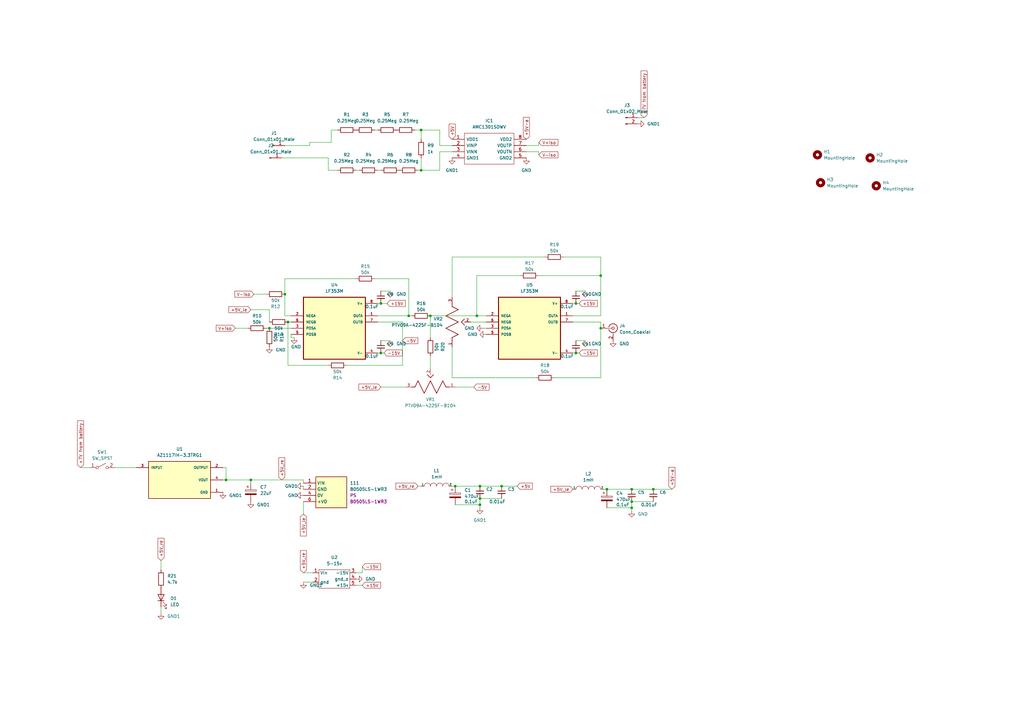
<source format=kicad_sch>
(kicad_sch (version 20230121) (generator eeschema)
  (paper "A3")
  (lib_symbols
    (symbol "AMC1301SDWV:AMC1301SDWV" (pin_names (offset 0.762))
      (property "Reference" "IC" (at 26.67 7.62 0))
      (property "Value" "AMC1301SDWV" (at 26.67 5.08 0))
      (symbol "AMC1301SDWV_0_0"
        (pin passive line (at 0 0 0) (length 5.08) (name "VDD1") (number "1"))
        (pin passive line (at 0 -2.54 0) (length 5.08) (name "VINP") (number "2"))
        (pin passive line (at 0 -5.08 0) (length 5.08) (name "VINN") (number "3"))
        (pin passive line (at 0 -7.62 0) (length 5.08) (name "GND1") (number "4"))
        (pin passive line (at 30.48 -7.62 180) (length 5.08) (name "GND2") (number "5"))
        (pin passive line (at 30.48 -5.08 180) (length 5.08) (name "VOUTN") (number "6"))
        (pin passive line (at 30.48 -2.54 180) (length 5.08) (name "VOUTP") (number "7"))
        (pin passive line (at 30.48 0 180) (length 5.08) (name "VDD2") (number "8"))
      )
      (symbol "AMC1301SDWV_0_1"
        (polyline (pts (xy 5.08 2.54) (xy 25.4 2.54) (xy 25.4 -10.16) (xy 5.08 -10.16) (xy 5.08 2.54)) (stroke (width 0.1524)))
      )
    )
    (symbol "B0505LS-1WR3:B0505LS-1WR3"
      (property "Value" "B0505LS-1WR3" (at 0 0 0))
      (property "Reference_1" "PS" (at 19.05 7.62 0))
      (property "Value_1" "B0505LS-1WR3" (at 19.05 5.08 0))
      (symbol "B0505LS-1WR3_1_1"
        (rectangle (start 5.08 2.54) (end 17.78 -10.16) (stroke (width 0.254)) (fill (type background)))
        (pin passive line (at 0 0 0) (length 5.08) (name "VIN") (number "1"))
        (pin passive line (at 0 -2.54 0) (length 5.08) (name "GND") (number "2"))
        (pin passive line (at 0 -5.08 0) (length 5.08) (name "0V") (number "4"))
        (pin passive line (at 0 -7.62 0) (length 5.08) (name "+VO") (number "6"))
      )
    )
    (symbol "Connector:Conn_01x01_Male" (pin_names (offset 1.016) hide)
      (property "Reference" "J" (at 0 2.54 0))
      (property "Value" "Conn_01x01_Male" (at 0 -2.54 0))
      (symbol "Conn_01x01_Male_1_1"
        (polyline (pts (xy 1.27 0) (xy 0.8636 0)) (stroke (width 0.1524)))
        (rectangle (start 0.8636 0.127) (end 0 -0.127) (stroke (width 0.1524)) (fill (type outline)))
        (pin passive line (at 5.08 0 180) (length 3.81) (name "Pin_1") (number "1"))
      )
    )
    (symbol "Connector:Conn_01x02_Male" (pin_names (offset 1.016) hide)
      (property "Reference" "J" (at 0 2.54 0))
      (property "Value" "Conn_01x02_Male" (at 0 -5.08 0))
      (symbol "Conn_01x02_Male_1_1"
        (polyline (pts (xy 1.27 -2.54) (xy 0.8636 -2.54)) (stroke (width 0.1524)))
        (polyline (pts (xy 1.27 0) (xy 0.8636 0)) (stroke (width 0.1524)))
        (rectangle (start 0.8636 -2.413) (end 0 -2.667) (stroke (width 0.1524)) (fill (type outline)))
        (rectangle (start 0.8636 0.127) (end 0 -0.127) (stroke (width 0.1524)) (fill (type outline)))
        (pin passive line (at 5.08 0 180) (length 3.81) (name "Pin_1") (number "1"))
        (pin passive line (at 5.08 -2.54 180) (length 3.81) (name "Pin_2") (number "2"))
      )
    )
    (symbol "Connector:Conn_Coaxial" (pin_names (offset 1.016) hide)
      (property "Reference" "J" (at 0.254 3.048 0))
      (property "Value" "Conn_Coaxial" (at 2.921 0 90))
      (symbol "Conn_Coaxial_0_1"
        (arc (start -1.778 -0.508) (mid 0.2311 -1.8066) (end 1.778 0) (stroke (width 0.254)))
        (polyline (pts (xy -2.54 0) (xy -0.508 0)))
        (polyline (pts (xy 0 -2.54) (xy 0 -1.778)))
        (circle (center 0 0) (radius 0.508) (stroke (width 0.2032)))
        (arc (start 1.778 0) (mid 0.2099 1.8101) (end -1.778 0.508) (stroke (width 0.254)))
      )
      (symbol "Conn_Coaxial_1_1"
        (pin passive line (at -5.08 0 0) (length 2.54) (name "In") (number "1"))
        (pin passive line (at 0 -5.08 90) (length 2.54) (name "Ext") (number "2"))
      )
    )
    (symbol "Device:C_Polarized" (pin_numbers hide) (pin_names (offset 0.254))
      (property "Reference" "C" (at 0.635 2.54 0))
      (property "Value" "C_Polarized" (at 0.635 -2.54 0))
      (symbol "C_Polarized_0_1"
        (rectangle (start -2.286 0.508) (end 2.286 1.016))
        (polyline (pts (xy -1.778 2.286) (xy -0.762 2.286)))
        (polyline (pts (xy -1.27 2.794) (xy -1.27 1.778)))
        (rectangle (start 2.286 -0.508) (end -2.286 -1.016) (fill (type outline)))
      )
      (symbol "C_Polarized_1_1"
        (pin passive line (at 0 3.81 270) (length 2.794) (name "~") (number "1"))
        (pin passive line (at 0 -3.81 90) (length 2.794) (name "~") (number "2"))
      )
    )
    (symbol "Device:C_Small" (pin_numbers hide) (pin_names (offset 0.254) hide)
      (property "Reference" "C" (at 0.254 1.778 0))
      (property "Value" "C_Small" (at 0.254 -2.032 0))
      (symbol "C_Small_0_1"
        (polyline (pts (xy -1.524 -0.508) (xy 1.524 -0.508)) (stroke (width 0.3302)))
        (polyline (pts (xy -1.524 0.508) (xy 1.524 0.508)) (stroke (width 0.3048)))
      )
      (symbol "C_Small_1_1"
        (pin passive line (at 0 2.54 270) (length 2.032) (name "~") (number "1"))
        (pin passive line (at 0 -2.54 90) (length 2.032) (name "~") (number "2"))
      )
    )
    (symbol "Device:LED" (pin_numbers hide) (pin_names (offset 1.016) hide)
      (property "Reference" "D" (at 0 2.54 0))
      (property "Value" "LED" (at 0 -2.54 0))
      (symbol "LED_0_1"
        (polyline (pts (xy -1.27 -1.27) (xy -1.27 1.27)) (stroke (width 0.254)))
        (polyline (pts (xy -1.27 0) (xy 1.27 0)))
        (polyline (pts (xy 1.27 -1.27) (xy 1.27 1.27) (xy -1.27 0) (xy 1.27 -1.27)) (stroke (width 0.254)))
        (polyline (pts (xy -3.048 -0.762) (xy -4.572 -2.286) (xy -3.81 -2.286) (xy -4.572 -2.286) (xy -4.572 -1.524)))
        (polyline (pts (xy -1.778 -0.762) (xy -3.302 -2.286) (xy -2.54 -2.286) (xy -3.302 -2.286) (xy -3.302 -1.524)))
      )
      (symbol "LED_1_1"
        (pin passive line (at -3.81 0 0) (length 2.54) (name "K") (number "1"))
        (pin passive line (at 3.81 0 180) (length 2.54) (name "A") (number "2"))
      )
    )
    (symbol "Device:R" (pin_numbers hide) (pin_names (offset 0))
      (property "Reference" "R" (at 2.032 0 90))
      (property "Value" "R" (at 0 0 90))
      (symbol "R_0_1"
        (rectangle (start -1.016 -2.54) (end 1.016 2.54) (stroke (width 0.254)))
      )
      (symbol "R_1_1"
        (pin passive line (at 0 3.81 270) (length 1.27) (name "~") (number "1"))
        (pin passive line (at 0 -3.81 90) (length 1.27) (name "~") (number "2"))
      )
    )
    (symbol "LDO:AZ1117IH-3.3TRG1" (pin_names (offset 1.016))
      (property "Reference" "U" (at -12.7 8.128 0))
      (property "Value" "AZ1117IH-3.3TRG1" (at -12.7 -10.16 0))
      (symbol "AZ1117IH-3.3TRG1_0_0"
        (rectangle (start -12.7 -7.62) (end 12.7 7.62) (stroke (width 0.254)) (fill (type background)))
        (pin power_in line (at 17.78 -5.08 180) (length 5.08) (name "GND") (number "1"))
        (pin output line (at 17.78 5.08 180) (length 5.08) (name "OUTPUT") (number "2"))
        (pin input line (at -17.78 5.08 0) (length 5.08) (name "INPUT") (number "3"))
        (pin output line (at 17.78 0 180) (length 5.08) (name "VOUT") (number "4"))
      )
    )
    (symbol "LF353M:LF353M" (pin_names (offset 1.016))
      (property "Reference" "U" (at -12.7 13.7 0))
      (property "Value" "LF353M" (at -12.7 -16.7 0))
      (symbol "LF353M_0_0"
        (rectangle (start -12.7 -12.7) (end 12.7 12.7) (stroke (width 0.41)) (fill (type background)))
        (pin output line (at 17.78 5.08 180) (length 5.08) (name "OUTA") (number "1"))
        (pin input line (at -17.78 5.08 0) (length 5.08) (name "NEGA") (number "2"))
        (pin input line (at -17.78 0 0) (length 5.08) (name "POSA") (number "3"))
        (pin power_in line (at 17.78 -10.16 180) (length 5.08) (name "V-") (number "4"))
        (pin input line (at -17.78 -2.54 0) (length 5.08) (name "POSB") (number "5"))
        (pin input line (at -17.78 2.54 0) (length 5.08) (name "NEGB") (number "6"))
        (pin output line (at 17.78 2.54 180) (length 5.08) (name "OUTB") (number "7"))
        (pin power_in line (at 17.78 10.16 180) (length 5.08) (name "V+") (number "8"))
      )
    )
    (symbol "Mechanical:MountingHole" (pin_names (offset 1.016))
      (property "Reference" "H" (at 0 5.08 0))
      (property "Value" "MountingHole" (at 0 3.175 0))
      (symbol "MountingHole_0_1"
        (circle (center 0 0) (radius 1.27) (stroke (width 1.27)))
      )
    )
    (symbol "PTV09A-4225F-B104:PTV09A-4225F-B104" (pin_names (offset 1.016))
      (property "Reference" "VR" (at 5.08 0 0))
      (property "Value" "PTV09A-4225F-B104" (at 0 0 0))
      (symbol "PTV09A-4225F-B104_0_0"
        (polyline (pts (xy -5.08 1.27) (xy -3.81 0)) (stroke (width 0.254)))
        (polyline (pts (xy -3.81 0) (xy -5.08 -1.27)) (stroke (width 0.254)))
        (polyline (pts (xy -2.54 -5.08) (xy 0 -6.35)) (stroke (width 0.254)))
        (polyline (pts (xy -2.54 0) (xy 2.54 -2.54)) (stroke (width 0.254)))
        (polyline (pts (xy -2.54 0) (xy 2.54 2.54)) (stroke (width 0.254)))
        (polyline (pts (xy -2.54 5.08) (xy 0 6.35)) (stroke (width 0.254)))
        (polyline (pts (xy 0 -6.35) (xy 0 -7.62)) (stroke (width 0.254)))
        (polyline (pts (xy 0 6.35) (xy 0 7.62)) (stroke (width 0.254)))
        (polyline (pts (xy 2.54 -2.54) (xy -2.54 -5.08)) (stroke (width 0.254)))
        (polyline (pts (xy 2.54 2.54) (xy -2.54 5.08)) (stroke (width 0.254)))
        (pin bidirectional line (at 0 10.16 270) (length 2.54) (name "~") (number "1"))
        (pin bidirectional line (at -7.62 0 0) (length 2.54) (name "~") (number "2"))
        (pin bidirectional line (at 0 -10.16 90) (length 2.54) (name "~") (number "3"))
      )
    )
    (symbol "Switch:SW_SPST" (pin_names (offset 0) hide)
      (property "Reference" "SW" (at 0 3.175 0))
      (property "Value" "SW_SPST" (at 0 -2.54 0))
      (symbol "SW_SPST_0_0"
        (circle (center -2.032 0) (radius 0.508))
        (polyline (pts (xy -1.524 0.254) (xy 1.524 1.778)))
        (circle (center 2.032 0) (radius 0.508))
      )
      (symbol "SW_SPST_1_1"
        (pin passive line (at -5.08 0 0) (length 2.54) (name "A") (number "1"))
        (pin passive line (at 5.08 0 180) (length 2.54) (name "B") (number "2"))
      )
    )
    (symbol "dc-dc_5v:5-15v"
      (property "Reference" "U2" (at 2.54 6.35 0))
      (property "Value" "5-15v" (at 2.54 3.81 0))
      (symbol "5-15v_0_1"
        (rectangle (start -3.81 1.27) (end 8.89 -6.35))
      )
      (symbol "5-15v_1_1"
        (pin input line (at -6.35 0 0) (length 2.54) (name "Vin") (number "1"))
        (pin input line (at -6.35 -3.81 0) (length 2.54) (name "gnd") (number "2"))
        (pin output line (at 11.43 0 180) (length 2.54) (name "-15V") (number "3"))
        (pin output line (at 11.43 -2.54 180) (length 2.54) (name "gnd_o") (number "4"))
        (pin output line (at 11.43 -5.08 180) (length 2.54) (name "+15v") (number "5"))
      )
    )
    (symbol "power:GND" (power) (pin_names (offset 0))
      (property "Value" "GND" (at 0 -3.81 0))
      (symbol "GND_0_1"
        (polyline (pts (xy 0 0) (xy 0 -1.27) (xy 1.27 -1.27) (xy 0 -2.54) (xy -1.27 -1.27) (xy 0 -1.27)))
      )
      (symbol "GND_1_1"
        (pin power_in line (at 0 0 270) (length 0) hide (name "GND") (number "1"))
      )
    )
    (symbol "power:GND1" (power) (pin_names (offset 0))
      (property "Value" "GND1" (at 0 -3.81 0))
      (symbol "GND1_0_1"
        (polyline (pts (xy 0 0) (xy 0 -1.27) (xy 1.27 -1.27) (xy 0 -2.54) (xy -1.27 -1.27) (xy 0 -1.27)))
      )
      (symbol "GND1_1_1"
        (pin power_in line (at 0 0 270) (length 0) hide (name "GND1") (number "1"))
      )
    )
    (symbol "pspice:INDUCTOR" (pin_numbers hide) (pin_names (offset 0))
      (property "Reference" "L" (at 0 2.54 0))
      (property "Value" "INDUCTOR" (at 0 -1.27 0))
      (symbol "INDUCTOR_0_1"
        (arc (start -2.54 0) (mid -3.81 1.2645) (end -5.08 0))
        (arc (start 0 0) (mid -1.27 1.2645) (end -2.54 0))
        (arc (start 2.54 0) (mid 1.27 1.2645) (end 0 0))
        (arc (start 5.08 0) (mid 3.81 1.2645) (end 2.54 0))
      )
      (symbol "INDUCTOR_1_1"
        (pin input line (at -6.35 0 0) (length 1.27) (name "1") (number "1"))
        (pin input line (at 6.35 0 180) (length 1.27) (name "2") (number "2"))
      )
    )
  )
  (junction (at 110.49 134.62))
  (junction (at 92.71 196.85))
  (junction (at 236.22 144.78))
  (junction (at 172.72 53.34))
  (junction (at 259.08 205.74))
  (junction (at 205.74 199.39))
  (junction (at 196.85 204.47))
  (junction (at 156.21 124.46))
  (junction (at 196.85 207.01))
  (junction (at 246.38 134.62))
  (junction (at 246.38 113.03))
  (junction (at 176.53 129.54))
  (junction (at 172.72 69.85))
  (junction (at 196.85 199.39))
  (junction (at 259.08 200.66))
  (junction (at 186.69 199.39))
  (junction (at 267.97 200.66))
  (junction (at 195.58 129.54))
  (junction (at 236.22 124.46))
  (junction (at 156.21 144.78))
  (junction (at 248.92 200.66))
  (junction (at 167.64 129.54))
  (junction (at 118.11 132.08))
  (junction (at 102.87 196.85))
  (junction (at 259.08 208.28))
  (junction (at 116.84 120.65))
  (wire (pts (xy 153.67 114.3) (xy 167.64 114.3)))
  (wire (pts (xy 180.34 62.23) (xy 180.34 69.85)))
  (wire (pts (xy 186.69 207.01) (xy 196.85 207.01)))
  (wire (pts (xy 168.91 129.54) (xy 167.64 129.54)))
  (wire (pts (xy 231.14 105.41) (xy 246.38 105.41)))
  (wire (pts (xy 119.38 129.54) (xy 116.84 129.54)))
  (wire (pts (xy 248.92 200.66) (xy 259.08 200.66)))
  (wire (pts (xy 196.85 208.28) (xy 196.85 207.01)))
  (wire (pts (xy 234.95 132.08) (xy 246.38 132.08)))
  (wire (pts (xy 185.42 105.41) (xy 185.42 121.92)))
  (wire (pts (xy 127 59.69) (xy 127 58.42)))
  (wire (pts (xy 236.22 139.7) (xy 240.03 139.7)))
  (wire (pts (xy 147.32 69.85) (xy 146.05 69.85)))
  (wire (pts (xy 124.46 238.76) (xy 128.27 238.76)))
  (wire (pts (xy 267.97 200.66) (xy 275.59 200.66)))
  (wire (pts (xy 248.92 208.28) (xy 259.08 208.28)))
  (wire (pts (xy 134.62 149.86) (xy 118.11 149.86)))
  (wire (pts (xy 110.49 134.62) (xy 119.38 134.62)))
  (wire (pts (xy 116.84 59.69) (xy 127 59.69)))
  (wire (pts (xy 185.42 105.41) (xy 223.52 105.41)))
  (wire (pts (xy 102.87 127) (xy 110.49 127)))
  (wire (pts (xy 247.65 200.66) (xy 248.92 200.66)))
  (wire (pts (xy 246.38 129.54) (xy 246.38 113.03)))
  (wire (pts (xy 259.08 200.66) (xy 267.97 200.66)))
  (wire (pts (xy 236.22 119.38) (xy 240.03 119.38)))
  (wire (pts (xy 205.74 199.39) (xy 212.09 199.39)))
  (wire (pts (xy 185.42 199.39) (xy 186.69 199.39)))
  (wire (pts (xy 116.84 114.3) (xy 116.84 120.65)))
  (wire (pts (xy 264.16 48.26) (xy 261.62 48.26)))
  (wire (pts (xy 176.53 138.43) (xy 176.53 129.54)))
  (wire (pts (xy 135.89 58.42) (xy 135.89 53.34)))
  (wire (pts (xy 237.49 124.46) (xy 236.22 124.46)))
  (wire (pts (xy 154.94 132.08) (xy 165.1 132.08)))
  (wire (pts (xy 172.72 69.85) (xy 171.45 69.85)))
  (wire (pts (xy 92.71 196.85) (xy 102.87 196.85)))
  (wire (pts (xy 120.65 138.43) (xy 119.38 138.43)))
  (wire (pts (xy 215.9 62.23) (xy 220.98 62.23)))
  (wire (pts (xy 196.85 204.47) (xy 205.74 204.47)))
  (wire (pts (xy 193.04 132.08) (xy 199.39 132.08)))
  (wire (pts (xy 185.42 142.24) (xy 185.42 154.94)))
  (wire (pts (xy 154.94 69.85) (xy 156.21 69.85)))
  (wire (pts (xy 119.38 138.43) (xy 119.38 137.16)))
  (wire (pts (xy 172.72 64.77) (xy 172.72 69.85)))
  (wire (pts (xy 158.75 124.46) (xy 156.21 124.46)))
  (wire (pts (xy 213.36 113.03) (xy 195.58 113.03)))
  (wire (pts (xy 236.22 144.78) (xy 234.95 144.78)))
  (wire (pts (xy 91.44 196.85) (xy 92.71 196.85)))
  (wire (pts (xy 156.21 124.46) (xy 154.94 124.46)))
  (wire (pts (xy 172.72 53.34) (xy 170.18 53.34)))
  (wire (pts (xy 227.33 154.94) (xy 246.38 154.94)))
  (wire (pts (xy 134.62 69.85) (xy 134.62 64.77)))
  (wire (pts (xy 246.38 132.08) (xy 246.38 134.62)))
  (wire (pts (xy 154.94 129.54) (xy 167.64 129.54)))
  (wire (pts (xy 142.24 149.86) (xy 165.1 149.86)))
  (wire (pts (xy 259.08 205.74) (xy 267.97 205.74)))
  (wire (pts (xy 66.04 229.87) (xy 66.04 233.68)))
  (wire (pts (xy 156.21 119.38) (xy 160.02 119.38)))
  (wire (pts (xy 172.72 57.15) (xy 172.72 53.34)))
  (wire (pts (xy 124.46 199.39) (xy 124.46 200.66)))
  (wire (pts (xy 246.38 113.03) (xy 246.38 105.41)))
  (wire (pts (xy 234.95 129.54) (xy 246.38 129.54)))
  (wire (pts (xy 148.59 234.95) (xy 148.59 232.41)))
  (wire (pts (xy 157.48 144.78) (xy 156.21 144.78)))
  (wire (pts (xy 102.87 196.85) (xy 102.87 198.12)))
  (wire (pts (xy 124.46 196.85) (xy 124.46 198.12)))
  (wire (pts (xy 259.08 208.28) (xy 259.08 205.74)))
  (wire (pts (xy 180.34 69.85) (xy 172.72 69.85)))
  (wire (pts (xy 66.04 251.46) (xy 66.04 248.92)))
  (wire (pts (xy 134.62 69.85) (xy 138.43 69.85)))
  (wire (pts (xy 196.85 199.39) (xy 205.74 199.39)))
  (wire (pts (xy 259.08 209.55) (xy 259.08 208.28)))
  (wire (pts (xy 220.98 59.69) (xy 220.98 58.42)))
  (wire (pts (xy 154.94 53.34) (xy 153.67 53.34)))
  (wire (pts (xy 91.44 191.77) (xy 92.71 191.77)))
  (wire (pts (xy 176.53 146.05) (xy 176.53 151.13)))
  (wire (pts (xy 180.34 53.34) (xy 172.72 53.34)))
  (wire (pts (xy 165.1 132.08) (xy 165.1 149.86)))
  (wire (pts (xy 124.46 205.74) (xy 124.46 210.82)))
  (wire (pts (xy 156.21 144.78) (xy 154.94 144.78)))
  (wire (pts (xy 156.21 139.7) (xy 160.02 139.7)))
  (wire (pts (xy 104.14 120.65) (xy 109.22 120.65)))
  (wire (pts (xy 195.58 113.03) (xy 195.58 129.54)))
  (wire (pts (xy 109.22 134.62) (xy 110.49 134.62)))
  (wire (pts (xy 186.69 199.39) (xy 196.85 199.39)))
  (wire (pts (xy 195.58 129.54) (xy 199.39 129.54)))
  (wire (pts (xy 237.49 144.78) (xy 236.22 144.78)))
  (wire (pts (xy 236.22 124.46) (xy 234.95 124.46)))
  (wire (pts (xy 116.84 129.54) (xy 116.84 120.65)))
  (wire (pts (xy 246.38 113.03) (xy 220.98 113.03)))
  (wire (pts (xy 180.34 59.69) (xy 180.34 53.34)))
  (wire (pts (xy 215.9 59.69) (xy 220.98 59.69)))
  (wire (pts (xy 127 58.42) (xy 135.89 58.42)))
  (wire (pts (xy 118.11 132.08) (xy 119.38 132.08)))
  (wire (pts (xy 185.42 154.94) (xy 219.71 154.94)))
  (wire (pts (xy 196.85 207.01) (xy 196.85 204.47)))
  (wire (pts (xy 185.42 59.69) (xy 180.34 59.69)))
  (wire (pts (xy 176.53 129.54) (xy 195.58 129.54)))
  (wire (pts (xy 124.46 234.95) (xy 128.27 234.95)))
  (wire (pts (xy 146.05 240.03) (xy 148.59 240.03)))
  (wire (pts (xy 55.88 191.77) (xy 46.99 191.77)))
  (wire (pts (xy 110.49 127) (xy 110.49 132.08)))
  (wire (pts (xy 172.72 199.39) (xy 171.45 199.39)))
  (wire (pts (xy 115.57 64.77) (xy 134.62 64.77)))
  (wire (pts (xy 198.12 134.62) (xy 199.39 134.62)))
  (wire (pts (xy 92.71 196.85) (xy 92.71 191.77)))
  (wire (pts (xy 116.84 114.3) (xy 146.05 114.3)))
  (wire (pts (xy 96.52 134.62) (xy 101.6 134.62)))
  (wire (pts (xy 146.05 234.95) (xy 148.59 234.95)))
  (wire (pts (xy 246.38 134.62) (xy 246.38 154.94)))
  (wire (pts (xy 185.42 62.23) (xy 180.34 62.23)))
  (wire (pts (xy 118.11 149.86) (xy 118.11 132.08)))
  (wire (pts (xy 156.21 158.75) (xy 166.37 158.75)))
  (wire (pts (xy 102.87 196.85) (xy 124.46 196.85)))
  (wire (pts (xy 33.02 191.77) (xy 36.83 191.77)))
  (wire (pts (xy 220.98 62.23) (xy 220.98 63.5)))
  (wire (pts (xy 186.69 158.75) (xy 194.31 158.75)))
  (wire (pts (xy 167.64 129.54) (xy 167.64 114.3)))
  (wire (pts (xy 135.89 53.34) (xy 138.43 53.34)))
  (global_label "V+iso" (shape input) (at 220.98 58.42 0) (property "Intersheetrefs" "${INTERSHEET_REFS}" (effects hide)))
  (global_label "+5V_re" (shape input) (at 115.57 196.85 90) (property "Intersheetrefs" "${INTERSHEET_REFS}" (effects hide)))
  (global_label "V-iso" (shape input) (at 220.98 63.5 0) (property "Intersheetrefs" "${INTERSHEET_REFS}" (effects hide)))
  (global_label "V-iso" (shape input) (at 104.14 120.65 180) (property "Intersheetrefs" "${INTERSHEET_REFS}" (effects hide)))
  (global_label "+15V" (shape input) (at 148.59 240.03 0) (property "Intersheetrefs" "${INTERSHEET_REFS}" (effects hide)))
  (global_label "+7V from battery" (shape input) (at 33.02 191.77 90) (property "Intersheetrefs" "${INTERSHEET_REFS}" (effects hide)))
  (global_label "+15V" (shape input) (at 237.49 124.46 0) (property "Intersheetrefs" "${INTERSHEET_REFS}" (effects hide)))
  (global_label "V+iso" (shape input) (at 96.52 134.62 180) (property "Intersheetrefs" "${INTERSHEET_REFS}" (effects hide)))
  (global_label "+5V" (shape input) (at 185.42 57.15 90) (property "Intersheetrefs" "${INTERSHEET_REFS}" (effects hide)))
  (global_label "+5V_le" (shape input) (at 234.95 200.66 180) (property "Intersheetrefs" "${INTERSHEET_REFS}" (effects hide)))
  (global_label "+15V" (shape input) (at 158.75 124.46 0) (property "Intersheetrefs" "${INTERSHEET_REFS}" (effects hide)))
  (global_label "+5V_le" (shape input) (at 124.46 210.82 270) (property "Intersheetrefs" "${INTERSHEET_REFS}" (effects hide)))
  (global_label "+5V_re" (shape input) (at 171.45 199.39 180) (property "Intersheetrefs" "${INTERSHEET_REFS}" (effects hide)))
  (global_label "+5V_le" (shape input) (at 156.21 158.75 180) (property "Intersheetrefs" "${INTERSHEET_REFS}" (effects hide)))
  (global_label "+5V_re" (shape input) (at 124.46 234.95 90) (property "Intersheetrefs" "${INTERSHEET_REFS}" (effects hide)))
  (global_label "-5V" (shape input) (at 165.1 139.7 0) (property "Intersheetrefs" "${INTERSHEET_REFS}" (effects hide)))
  (global_label "+5V-a" (shape input) (at 275.59 200.66 90) (property "Intersheetrefs" "${INTERSHEET_REFS}" (effects hide)))
  (global_label "-15V" (shape input) (at 237.49 144.78 0) (property "Intersheetrefs" "${INTERSHEET_REFS}" (effects hide)))
  (global_label "-5V" (shape input) (at 194.31 158.75 0) (property "Intersheetrefs" "${INTERSHEET_REFS}" (effects hide)))
  (global_label "+5V-a" (shape input) (at 215.9 57.15 90) (property "Intersheetrefs" "${INTERSHEET_REFS}" (effects hide)))
  (global_label "+5V_le" (shape input) (at 102.87 127 180) (property "Intersheetrefs" "${INTERSHEET_REFS}" (effects hide)))
  (global_label "-15V" (shape input) (at 148.59 232.41 0) (property "Intersheetrefs" "${INTERSHEET_REFS}" (effects hide)))
  (global_label "+7V from battery" (shape input) (at 264.16 48.26 90) (property "Intersheetrefs" "${INTERSHEET_REFS}" (effects hide)))
  (global_label "+5V" (shape input) (at 212.09 199.39 0) (property "Intersheetrefs" "${INTERSHEET_REFS}" (effects hide)))
  (global_label "+5V_re" (shape input) (at 66.04 229.87 90) (property "Intersheetrefs" "${INTERSHEET_REFS}" (effects hide)))
  (global_label "-15V" (shape input) (at 157.48 144.78 0) (property "Intersheetrefs" "${INTERSHEET_REFS}" (effects hide)))
  (symbol (lib_id "AMC1301SDWV:AMC1301SDWV") (at 185.42 57.15 0) (unit 1)
    (property "Reference" "IC1" (at 200.66 49.53 0))
    (property "Value" "AMC1301SDWV" (at 200.66 52.07 0))
    (property "Footprint" "AMC1301:SOIC127P1150X280-8N" (effects hide))
    (property "Datasheet" "http://www.ti.com/lit/gpn/AMC1301" (effects hide))
    (property "Description" "+/-250 mV-Input Precision Reinforced Isolated Amplifier for Current Sensing" (effects hide))
    (property "Height" "2.8" (effects hide))
    (property "Manufacturer_Name" "Texas Instruments" (effects hide))
    (property "Manufacturer_Part_Number" "AMC1301SDWV" (effects hide))
    (property "Mouser Part Number" "595-AMC1301SDWV" (effects hide))
    (property "Mouser Price/Stock" "https://www.mouser.co.uk/ProductDetail/Texas-Instruments/AMC1301SDWV?qs=r5DSvlrkXmIfv9TXgyHCmA%3D%3D" (effects hide))
    (property "Arrow Part Number" "AMC1301SDWV" (effects hide))
    (property "Arrow Price/Stock" "https://www.arrow.com/en/products/amc1301sdwv/texas-instruments?region=nac" (effects hide))
  )
  (symbol (lib_id "Device:C_Small") (at 259.08 203.2 0) (unit 1)
    (property "Reference" "C5" (at 261.62 201.9362 0) (effects (justify left)))
    (property "Value" "0.1uF" (at 252.73 207.01 0) (effects (justify left)))
    (property "Footprint" "Capacitor_SMD:C_0805_2012Metric" (effects hide))
  )
  (symbol (lib_id "power:GND1") (at 124.46 199.39 270) (unit 1)
    (property "Reference" "#PWR03" (effects hide))
    (property "Value" "GND1" (at 116.84 199.39 90) (effects (justify left)))
  )
  (symbol (lib_id "Device:R") (at 149.86 53.34 90) (unit 1)
    (property "Reference" "R3" (at 149.86 46.99 90))
    (property "Value" "0.25Meg" (at 149.86 49.53 90))
    (property "Footprint" "Resistor_SMD:R_0805_2012Metric" (effects hide))
  )
  (symbol (lib_id "Device:R") (at 176.53 142.24 0) (unit 1)
    (property "Reference" "R20" (at 181.61 142.24 90))
    (property "Value" "50k" (at 179.07 142.24 90))
    (property "Footprint" "Resistor_SMD:R_0805_2012Metric" (effects hide))
  )
  (symbol (lib_id "Device:C_Small") (at 196.85 201.93 0) (unit 1)
    (property "Reference" "C2" (at 199.39 200.6662 0) (effects (justify left)))
    (property "Value" "0.1uF" (at 190.5 205.74 0) (effects (justify left)))
    (property "Footprint" "Capacitor_SMD:C_0805_2012Metric" (effects hide))
  )
  (symbol (lib_id "power:GND") (at 160.02 119.38 0) (unit 1)
    (property "Reference" "#PWR014" (effects hide))
    (property "Value" "GND" (at 162.56 120.6499 0) (effects (justify left)))
  )
  (symbol (lib_id "Device:R") (at 172.72 60.96 0) (unit 1)
    (property "Reference" "R9" (at 175.26 59.6899 0) (effects (justify left)))
    (property "Value" "1k" (at 175.26 62.2299 0) (effects (justify left)))
    (property "Footprint" "Resistor_SMD:R_0805_2012Metric" (effects hide))
  )
  (symbol (lib_id "Device:C_Small") (at 205.74 201.93 0) (unit 1)
    (property "Reference" "C3" (at 208.28 200.6662 0) (effects (justify left)))
    (property "Value" "0.01uF" (at 200.66 205.74 0) (effects (justify left)))
    (property "Footprint" "Capacitor_SMD:C_0805_2012Metric" (effects hide))
  )
  (symbol (lib_id "Device:R") (at 223.52 154.94 90) (unit 1)
    (property "Reference" "R18" (at 223.52 149.86 90))
    (property "Value" "50k" (at 223.52 152.4 90))
    (property "Footprint" "Resistor_SMD:R_0805_2012Metric" (effects hide))
  )
  (symbol (lib_id "power:GND") (at 120.65 138.43 0) (unit 1)
    (property "Reference" "#PWR09" (effects hide))
    (property "Value" "GND" (at 119.38 142.24 0) (effects (justify left)))
  )
  (symbol (lib_id "Device:R") (at 160.02 69.85 90) (unit 1)
    (property "Reference" "R6" (at 160.02 63.5 90))
    (property "Value" "0.25Meg" (at 158.75 66.04 90))
    (property "Footprint" "Resistor_SMD:R_0805_2012Metric" (effects hide))
  )
  (symbol (lib_id "Device:C_Small") (at 236.22 121.92 0) (unit 1)
    (property "Reference" "C10" (at 238.76 120.6562 0) (effects (justify left)))
    (property "Value" "0.1uF" (at 229.87 125.73 0) (effects (justify left)))
    (property "Footprint" "Capacitor_SMD:C_0805_2012Metric" (effects hide))
  )
  (symbol (lib_id "Device:R") (at 142.24 69.85 90) (unit 1)
    (property "Reference" "R2" (at 142.24 63.5 90))
    (property "Value" "0.25Meg" (at 140.97 66.04 90))
    (property "Footprint" "Resistor_SMD:R_0805_2012Metric" (effects hide))
  )
  (symbol (lib_id "Device:R") (at 172.72 129.54 90) (unit 1)
    (property "Reference" "R16" (at 172.72 124.46 90))
    (property "Value" "50k" (at 172.72 127 90))
    (property "Footprint" "Resistor_SMD:R_0805_2012Metric" (effects hide))
  )
  (symbol (lib_id "Device:C_Small") (at 236.22 142.24 0) (unit 1)
    (property "Reference" "C11" (at 238.76 140.9762 0) (effects (justify left)))
    (property "Value" "0.1uF" (at 229.87 146.05 0) (effects (justify left)))
    (property "Footprint" "Capacitor_SMD:C_0805_2012Metric" (effects hide))
  )
  (symbol (lib_id "power:GND") (at 240.03 119.38 0) (unit 1)
    (property "Reference" "#PWR018" (effects hide))
    (property "Value" "GND" (at 242.57 120.6499 0) (effects (justify left)))
  )
  (symbol (lib_id "Device:C_Small") (at 156.21 121.92 0) (unit 1)
    (property "Reference" "C8" (at 158.75 120.6562 0) (effects (justify left)))
    (property "Value" "0.1uF" (at 149.86 125.73 0) (effects (justify left)))
    (property "Footprint" "Capacitor_SMD:C_0805_2012Metric" (effects hide))
  )
  (symbol (lib_id "power:GND") (at 199.39 137.16 270) (unit 1)
    (property "Reference" "#PWR016" (effects hide))
    (property "Value" "GND" (at 191.77 137.16 90) (effects (justify left)))
  )
  (symbol (lib_id "Device:R") (at 158.75 53.34 90) (unit 1)
    (property "Reference" "R5" (at 158.75 46.99 90))
    (property "Value" "0.25Meg" (at 158.75 49.53 90))
    (property "Footprint" "Resistor_SMD:R_0805_2012Metric" (effects hide))
  )
  (symbol (lib_id "Device:R") (at 227.33 105.41 90) (unit 1)
    (property "Reference" "R19" (at 227.33 100.33 90))
    (property "Value" "50k" (at 227.33 102.87 90))
    (property "Footprint" "Resistor_SMD:R_0805_2012Metric" (effects hide))
  )
  (symbol (lib_id "Switch:SW_SPST") (at 41.91 191.77 0) (unit 1)
    (property "Reference" "SW1" (at 41.91 185.42 0))
    (property "Value" "SW_SPST" (at 41.91 187.96 0))
    (property "Footprint" "Connector_PinHeader_2.54mm:PinHeader_1x02_P2.54mm_Vertical" (effects hide))
  )
  (symbol (lib_id "power:GND") (at 259.08 209.55 0) (mirror y) (unit 1)
    (property "Reference" "#PWR011" (effects hide))
    (property "Value" "GND" (at 261.62 210.8199 0) (effects (justify right)))
  )
  (symbol (lib_id "Device:R") (at 113.03 120.65 90) (unit 1)
    (property "Reference" "R12" (at 113.03 125.73 90))
    (property "Value" "50k" (at 113.03 123.19 90))
    (property "Footprint" "Resistor_SMD:R_0805_2012Metric" (effects hide))
  )
  (symbol (lib_id "power:GND1") (at 196.85 208.28 0) (unit 1)
    (property "Reference" "#PWR0103" (effects hide))
    (property "Value" "GND1" (at 196.85 213.36 0))
  )
  (symbol (lib_id "Device:C_Polarized") (at 186.69 203.2 0) (unit 1)
    (property "Reference" "C1" (at 190.5 201.0409 0) (effects (justify left)))
    (property "Value" "470uF" (at 190.5 203.5809 0) (effects (justify left)))
    (property "Footprint" "470uf:CAPAE1030X1050N" (effects hide))
  )
  (symbol (lib_id "PTV09A-4225F-B104:PTV09A-4225F-B104") (at 185.42 132.08 180) (unit 1)
    (property "Reference" "VR2" (at 181.61 130.8099 0) (effects (justify left)))
    (property "Value" "PTV09A-4225F-B104" (at 181.61 133.3499 0) (effects (justify left)))
    (property "Footprint" "trim:PTV09" (effects hide))
    (property "PARTNO" "PTV09A-4225F-B104-ND" (effects hide))
  )
  (symbol (lib_id "Device:R") (at 151.13 69.85 90) (unit 1)
    (property "Reference" "R4" (at 151.13 63.5 90))
    (property "Value" "0.25Meg" (at 149.86 66.04 90))
    (property "Footprint" "Resistor_SMD:R_0805_2012Metric" (effects hide))
  )
  (symbol (lib_id "power:GND") (at 198.12 134.62 270) (unit 1)
    (property "Reference" "#PWR010" (effects hide))
    (property "Value" "GND" (at 190.5 134.62 90) (effects (justify left)))
  )
  (symbol (lib_id "Device:R") (at 138.43 149.86 90) (unit 1)
    (property "Reference" "R14" (at 138.43 154.94 90))
    (property "Value" "50k" (at 138.43 152.4 90))
    (property "Footprint" "Resistor_SMD:R_0805_2012Metric" (effects hide))
  )
  (symbol (lib_id "power:GND") (at 124.46 203.2 270) (mirror x) (unit 1)
    (property "Reference" "#PWR04" (effects hide))
    (property "Value" "GND" (at 118.11 203.2 90) (effects (justify left)))
  )
  (symbol (lib_id "power:GND") (at 110.49 142.24 0) (unit 1)
    (property "Reference" "#PWR05" (effects hide))
    (property "Value" "GND" (at 113.03 143.5099 0) (effects (justify left)))
  )
  (symbol (lib_id "Device:C_Polarized") (at 102.87 201.93 0) (unit 1)
    (property "Reference" "C7" (at 106.68 199.7709 0) (effects (justify left)))
    (property "Value" "22uF" (at 106.68 202.3109 0) (effects (justify left)))
    (property "Footprint" "22uf:EEE0GA101SR" (effects hide))
  )
  (symbol (lib_id "B0505LS-1WR3:B0505LS-1WR3") (at 124.46 198.12 0) (unit 1)
    (property "Reference" "111" (at 143.51 198.1199 0) (effects (justify left)))
    (property "Value" "B0505LS-1WR3" (at 143.51 200.6599 0) (effects (justify left)))
    (property "Footprint" "5v-5v:B0505LS1WR3" (effects hide))
    (property "Reference_1" "PS" (at 143.51 203.1999 0) (effects (justify left)))
    (property "Value_1" "B0505LS-1WR3" (at 143.51 205.7399 0) (effects (justify left)))
    (property "Footprint_1" "B0505LS1WR3" (effects hide))
    (property "Datasheet_1" "https://pdf1.alldatasheet.com/datasheet-pdf/view/1102441/MORNSUN/B0505LS-1WR3.html" (effects hide))
    (property "Height" "10.41" (effects hide))
    (property "Manufacturer_Name" "Mornsun Power" (effects hide))
    (property "Manufacturer_Part_Number" "B0505LS-1WR3" (effects hide))
  )
  (symbol (lib_id "Device:R") (at 166.37 53.34 90) (unit 1)
    (property "Reference" "R7" (at 166.37 46.99 90))
    (property "Value" "0.25Meg" (at 167.64 49.53 90))
    (property "Footprint" "Resistor_SMD:R_0805_2012Metric" (effects hide))
  )
  (symbol (lib_id "power:GND1") (at 91.44 201.93 0) (unit 1)
    (property "Reference" "#PWR01" (effects hide))
    (property "Value" "GND1" (at 93.98 203.1999 0) (effects (justify left)))
  )
  (symbol (lib_id "LDO:AZ1117IH-3.3TRG1") (at 73.66 196.85 0) (unit 1)
    (property "Reference" "U1" (at 73.66 184.15 0))
    (property "Value" "AZ1117IH-3.3TRG1" (at 73.66 186.69 0))
    (property "Footprint" "LDO:SOT230P700X185-4N" (effects hide))
    (property "SNAPEDA_PACKAGE_ID" "6532" (effects hide))
    (property "MAXIMUM_PACKAGE_HEIGHT" "1.85 mm" (effects hide))
    (property "STANDARD" "IPC 7351B" (effects hide))
    (property "PARTREV" "2-2" (effects hide))
    (property "MANUFACTURER" "Diodes Inc." (effects hide))
    (property "SNAPEDA_PN" "AZ1117IH-3.3TRG1" (effects hide))
  )
  (symbol (lib_id "power:GND") (at 146.05 237.49 90) (mirror x) (unit 1)
    (property "Reference" "#PWR06" (effects hide))
    (property "Value" "GND" (at 149.86 237.4899 90) (effects (justify right)))
  )
  (symbol (lib_id "Mechanical:MountingHole") (at 359.41 76.2 0) (unit 1)
    (property "Reference" "H4" (at 361.95 74.93 0) (effects (justify left)))
    (property "Value" "MountingHole" (at 361.95 77.47 0) (effects (justify left)))
    (property "Footprint" "MountingHole:MountingHole_3.2mm_M3" (effects hide))
  )
  (symbol (lib_id "Mechanical:MountingHole") (at 356.87 64.77 0) (unit 1)
    (property "Reference" "H2" (at 359.41 63.5 0) (effects (justify left)))
    (property "Value" "MountingHole" (at 359.41 66.04 0) (effects (justify left)))
    (property "Footprint" "MountingHole:MountingHole_3.2mm_M3" (effects hide))
  )
  (symbol (lib_id "Mechanical:MountingHole") (at 336.55 74.93 0) (unit 1)
    (property "Reference" "H3" (at 339.09 73.66 0) (effects (justify left)))
    (property "Value" "MountingHole" (at 339.09 76.2 0) (effects (justify left)))
    (property "Footprint" "MountingHole:MountingHole_3.2mm_M3" (effects hide))
  )
  (symbol (lib_id "LF353M:LF353M") (at 217.17 134.62 0) (unit 1)
    (property "Reference" "U5" (at 217.17 116.84 0))
    (property "Value" "LF353M" (at 217.17 119.38 0))
    (property "Footprint" "LF353:SOIC127P599X175-8N" (effects hide))
  )
  (symbol (lib_id "power:GND") (at 240.03 139.7 0) (unit 1)
    (property "Reference" "#PWR019" (effects hide))
    (property "Value" "GND" (at 242.57 140.9699 0) (effects (justify left)))
  )
  (symbol (lib_id "PTV09A-4225F-B104:PTV09A-4225F-B104") (at 176.53 158.75 270) (unit 1)
    (property "Reference" "VR1" (at 176.53 163.83 90))
    (property "Value" "PTV09A-4225F-B104" (at 176.53 166.37 90))
    (property "Footprint" "trim:PTV09" (effects hide))
    (property "PARTNO" "PTV09A-4225F-B104-ND" (effects hide))
  )
  (symbol (lib_id "power:GND1") (at 261.62 50.8 90) (unit 1)
    (property "Reference" "#PWR07" (effects hide))
    (property "Value" "GND1" (at 265.43 50.8 90) (effects (justify right)))
  )
  (symbol (lib_id "Device:C_Small") (at 267.97 203.2 0) (unit 1)
    (property "Reference" "C6" (at 270.51 201.9362 0) (effects (justify left)))
    (property "Value" "0.01uF" (at 262.89 207.01 0) (effects (justify left)))
    (property "Footprint" "Capacitor_SMD:C_0805_2012Metric" (effects hide))
  )
  (symbol (lib_id "Device:R") (at 167.64 69.85 90) (unit 1)
    (property "Reference" "R8" (at 167.64 63.5 90))
    (property "Value" "0.25Meg" (at 167.64 66.04 90))
    (property "Footprint" "Resistor_SMD:R_0805_2012Metric" (effects hide))
  )
  (symbol (lib_id "power:GND1") (at 124.46 238.76 0) (unit 1)
    (property "Reference" "#PWR02" (effects hide))
    (property "Value" "GND1" (at 127 240.0299 0) (effects (justify left)))
  )
  (symbol (lib_id "Connector:Conn_01x01_Male") (at 110.49 64.77 0) (unit 1)
    (property "Reference" "J2" (at 111.125 59.69 0))
    (property "Value" "Conn_01x01_Male" (at 111.125 62.23 0))
    (property "Footprint" "banana jack:1050752001" (effects hide))
  )
  (symbol (lib_id "LF353M:LF353M") (at 137.16 134.62 0) (unit 1)
    (property "Reference" "U4" (at 137.16 116.84 0))
    (property "Value" "LF353M" (at 137.16 119.38 0))
    (property "Footprint" "LF353:SOIC127P599X175-8N" (effects hide))
  )
  (symbol (lib_id "Device:R") (at 142.24 53.34 90) (unit 1)
    (property "Reference" "R1" (at 142.24 46.99 90))
    (property "Value" "0.25Meg" (at 142.24 49.53 90))
    (property "Footprint" "Resistor_SMD:R_0805_2012Metric" (effects hide))
  )
  (symbol (lib_id "Device:LED") (at 66.04 245.11 90) (unit 1)
    (property "Reference" "D1" (at 69.85 245.4274 90) (effects (justify right)))
    (property "Value" "LED" (at 69.85 247.9674 90) (effects (justify right)))
    (property "Footprint" "LED_THT:LED_D5.0mm" (effects hide))
  )
  (symbol (lib_id "Device:C_Small") (at 156.21 142.24 0) (unit 1)
    (property "Reference" "C9" (at 158.75 140.9762 0) (effects (justify left)))
    (property "Value" "0.1uF" (at 149.86 146.05 0) (effects (justify left)))
    (property "Footprint" "Capacitor_SMD:C_0805_2012Metric" (effects hide))
  )
  (symbol (lib_id "Device:R") (at 66.04 237.49 0) (unit 1)
    (property "Reference" "R21" (at 68.58 236.2199 0) (effects (justify left)))
    (property "Value" "4.7k" (at 68.58 238.7599 0) (effects (justify left)))
    (property "Footprint" "Resistor_SMD:R_0805_2012Metric" (effects hide))
  )
  (symbol (lib_id "Device:R") (at 217.17 113.03 90) (unit 1)
    (property "Reference" "R17" (at 217.17 107.95 90))
    (property "Value" "50k" (at 217.17 110.49 90))
    (property "Footprint" "Resistor_SMD:R_0805_2012Metric" (effects hide))
  )
  (symbol (lib_id "Connector:Conn_01x01_Male") (at 111.76 59.69 0) (unit 1)
    (property "Reference" "J1" (at 112.395 54.61 0))
    (property "Value" "Conn_01x01_Male" (at 112.395 57.15 0))
    (property "Footprint" "banana jack:1050752001" (effects hide))
  )
  (symbol (lib_id "Connector:Conn_01x02_Male") (at 256.54 48.26 0) (unit 1)
    (property "Reference" "J3" (at 257.175 43.18 0))
    (property "Value" "Conn_01x02_Male" (at 257.175 45.72 0))
    (property "Footprint" "2S-18650-Holder:BAT_BK-18650-PC4" (effects hide))
  )
  (symbol (lib_id "Device:R") (at 114.3 132.08 90) (unit 1)
    (property "Reference" "R13" (at 114.3 137.16 90))
    (property "Value" "50k" (at 114.3 134.62 90))
    (property "Footprint" "Resistor_SMD:R_0805_2012Metric" (effects hide))
  )
  (symbol (lib_id "Device:R") (at 110.49 138.43 0) (unit 1)
    (property "Reference" "R11" (at 115.57 138.43 90))
    (property "Value" "50k" (at 113.03 138.43 90))
    (property "Footprint" "Resistor_SMD:R_0805_2012Metric" (effects hide))
  )
  (symbol (lib_id "power:GND1") (at 102.87 205.74 0) (unit 1)
    (property "Reference" "#PWR013" (effects hide))
    (property "Value" "GND1" (at 105.41 207.0099 0) (effects (justify left)))
  )
  (symbol (lib_id "power:GND1") (at 185.42 64.77 0) (unit 1)
    (property "Reference" "#PWR0101" (effects hide))
    (property "Value" "GND1" (at 185.42 69.85 0))
  )
  (symbol (lib_id "power:GND") (at 251.46 139.7 0) (unit 1)
    (property "Reference" "#PWR017" (effects hide))
    (property "Value" "GND" (at 254 140.9699 0) (effects (justify left)))
  )
  (symbol (lib_id "dc-dc_5v:5-15v") (at 134.62 234.95 0) (unit 1)
    (property "Reference" "U2" (at 137.16 228.6 0))
    (property "Value" "5-15v" (at 137.16 231.14 0))
    (property "Footprint" "Converter_DCDC:Converter_DCDC_Murata_NMAxxxxSC_THT" (effects hide))
  )
  (symbol (lib_id "power:GND1") (at 66.04 251.46 0) (unit 1)
    (property "Reference" "#PWR0104" (effects hide))
    (property "Value" "GND1" (at 68.58 252.7299 0) (effects (justify left)))
  )
  (symbol (lib_id "Device:R") (at 149.86 114.3 90) (unit 1)
    (property "Reference" "R15" (at 149.86 109.22 90))
    (property "Value" "50k" (at 149.86 111.76 90))
    (property "Footprint" "Resistor_SMD:R_0805_2012Metric" (effects hide))
  )
  (symbol (lib_id "power:GND") (at 160.02 139.7 0) (unit 1)
    (property "Reference" "#PWR015" (effects hide))
    (property "Value" "GND" (at 162.56 140.9699 0) (effects (justify left)))
  )
  (symbol (lib_id "pspice:INDUCTOR") (at 241.3 200.66 0) (unit 1)
    (property "Reference" "L2" (at 241.3 194.31 0))
    (property "Value" "1mH" (at 241.3 196.85 0))
    (property "Footprint" "inductor:DR74" (effects hide))
  )
  (symbol (lib_id "Device:R") (at 105.41 134.62 90) (unit 1)
    (property "Reference" "R10" (at 105.41 129.54 90))
    (property "Value" "50k" (at 105.41 132.08 90))
    (property "Footprint" "Resistor_SMD:R_0805_2012Metric" (effects hide))
  )
  (symbol (lib_id "Mechanical:MountingHole") (at 335.28 63.5 0) (unit 1)
    (property "Reference" "H1" (at 337.82 62.23 0) (effects (justify left)))
    (property "Value" "MountingHole" (at 337.82 64.77 0) (effects (justify left)))
    (property "Footprint" "MountingHole:MountingHole_3.2mm_M3" (effects hide))
  )
  (symbol (lib_id "Device:C_Polarized") (at 248.92 204.47 0) (unit 1)
    (property "Reference" "C4" (at 252.73 202.3109 0) (effects (justify left)))
    (property "Value" "470uF" (at 252.73 204.8509 0) (effects (justify left)))
    (property "Footprint" "470uf:CAPAE1030X1050N" (effects hide))
  )
  (symbol (lib_id "power:GND") (at 215.9 64.77 0) (unit 1)
    (property "Reference" "#PWR0102" (effects hide))
    (property "Value" "GND" (at 215.9 69.85 0))
  )
  (symbol (lib_id "Connector:Conn_Coaxial") (at 251.46 134.62 0) (unit 1)
    (property "Reference" "J4" (at 254 133.6431 0) (effects (justify left)))
    (property "Value" "Conn_Coaxial" (at 254 136.1831 0) (effects (justify left)))
    (property "Footprint" "coaxial:TE_227161-1" (effects hide))
    (property "Datasheet" " ~" (effects hide))
  )
  (symbol (lib_id "pspice:INDUCTOR") (at 179.07 199.39 0) (unit 1)
    (property "Reference" "L1" (at 179.07 193.04 0))
    (property "Value" "1mH" (at 179.07 195.58 0))
    (property "Footprint" "inductor:DR74" (effects hide))
  )
)
</source>
